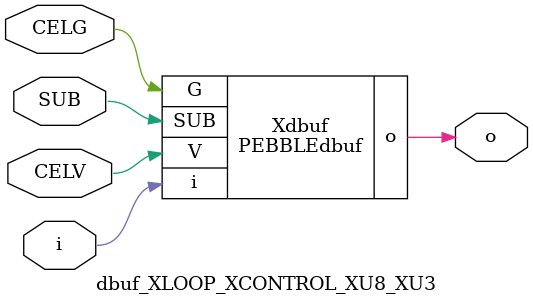
<source format=v>



module PEBBLEdbuf ( o, G, SUB, V, i );

  input V;
  input i;
  input G;
  output o;
  input SUB;
endmodule

//Celera Confidential Do Not Copy dbuf_XLOOP_XCONTROL_XU8_XU3
//Celera Confidential Symbol Generator
//Digital Buffer
module dbuf_XLOOP_XCONTROL_XU8_XU3 (CELV,CELG,i,o,SUB);
input CELV;
input CELG;
input i;
input SUB;
output o;

//Celera Confidential Do Not Copy dbuf
PEBBLEdbuf Xdbuf(
.V (CELV),
.i (i),
.o (o),
.SUB (SUB),
.G (CELG)
);
//,diesize,PEBBLEdbuf

//Celera Confidential Do Not Copy Module End
//Celera Schematic Generator
endmodule

</source>
